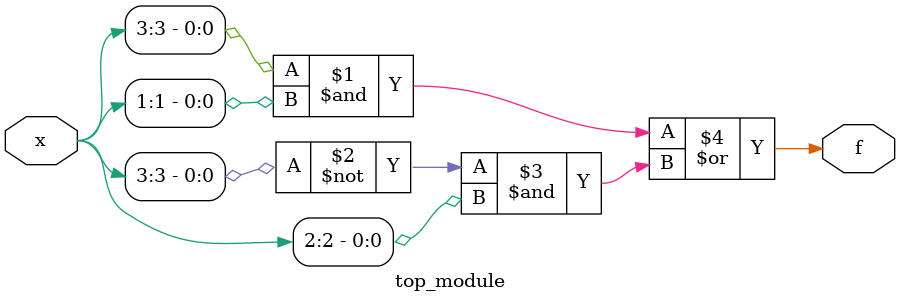
<source format=sv>
module top_module (
    input [4:1] x,
    output logic f
);

assign f = (x[3] & x[1]) | (~x[3] & x[2]);

endmodule

</source>
